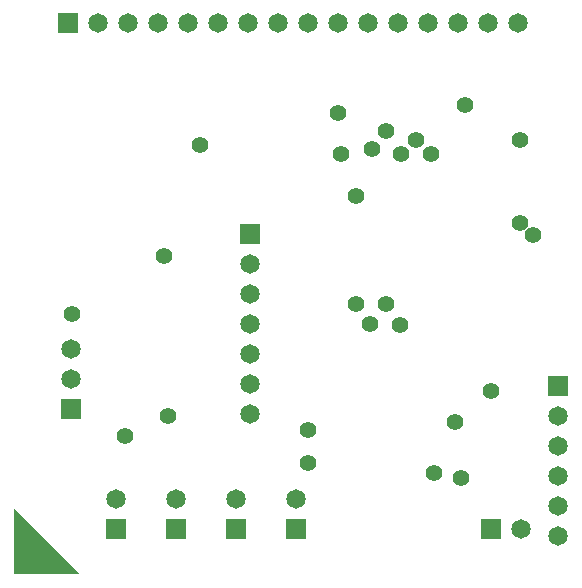
<source format=gbs>
G04 Layer_Color=16711935*
%FSAX24Y24*%
%MOIN*%
G70*
G01*
G75*
%ADD61C,0.0651*%
%ADD62R,0.0651X0.0651*%
%ADD63R,0.0651X0.0651*%
%ADD64C,0.0560*%
G36*
X036300Y037500D02*
X034100D01*
Y039700D01*
X034100Y039700D01*
X036300Y037500D01*
D02*
G37*
D61*
X043500Y040000D02*
D03*
X041500D02*
D03*
X039500D02*
D03*
X037500D02*
D03*
X052250Y042750D02*
D03*
Y041750D02*
D03*
Y040750D02*
D03*
Y039750D02*
D03*
Y038750D02*
D03*
X051000Y039000D02*
D03*
X041974Y046826D02*
D03*
Y047826D02*
D03*
Y045826D02*
D03*
Y044826D02*
D03*
Y043826D02*
D03*
Y042826D02*
D03*
X036000Y045000D02*
D03*
Y044000D02*
D03*
X036900Y055850D02*
D03*
X037900D02*
D03*
X038900D02*
D03*
X039900D02*
D03*
X040900D02*
D03*
X041900D02*
D03*
X042900D02*
D03*
X043900D02*
D03*
X044900D02*
D03*
X045900D02*
D03*
X046900D02*
D03*
X047900D02*
D03*
X048900D02*
D03*
X049900D02*
D03*
X050900D02*
D03*
D62*
X043500Y039000D02*
D03*
X041500D02*
D03*
X039500D02*
D03*
X037500D02*
D03*
X052250Y043750D02*
D03*
X041974Y048826D02*
D03*
X036000Y043000D02*
D03*
D63*
X050000Y039000D02*
D03*
X035900Y055850D02*
D03*
D64*
X035200Y037900D02*
D03*
X034500Y038600D02*
D03*
Y037900D02*
D03*
X046980Y045800D02*
D03*
X045980Y045820D02*
D03*
X050000Y043600D02*
D03*
X040300Y051800D02*
D03*
X039100Y048100D02*
D03*
X050965Y049185D02*
D03*
X051400Y048800D02*
D03*
X050960Y051960D02*
D03*
X045500Y050107D02*
D03*
X045000Y051515D02*
D03*
X046040Y051660D02*
D03*
X048000Y051515D02*
D03*
X047500Y051970D02*
D03*
X047000Y051515D02*
D03*
X046490Y052260D02*
D03*
X049130Y053120D02*
D03*
X036050Y046150D02*
D03*
X045500Y046485D02*
D03*
X044900Y052850D02*
D03*
X046500Y046485D02*
D03*
X048110Y040850D02*
D03*
X048800Y042550D02*
D03*
X049000Y040700D02*
D03*
X043894Y042300D02*
D03*
X043900Y041200D02*
D03*
X037800Y042100D02*
D03*
X039230Y042750D02*
D03*
M02*

</source>
